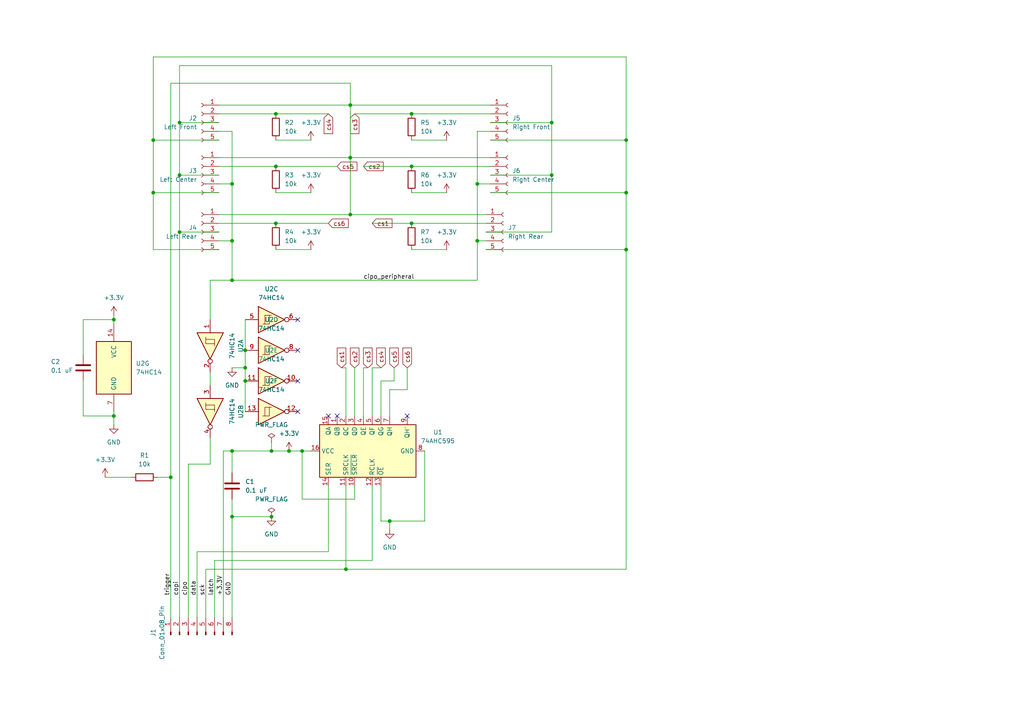
<source format=kicad_sch>
(kicad_sch (version 20250114) (generator "eeschema") (generator_version "9.0")
  (paper "A4")
  (title_block (title "SPI Hub with Shift Register") (date "2025-07-12") (rev "0"))
  (lib_symbols
    (symbol "74xx:74AHC595"
      (property "Reference" "U" (at -7.62 13.97 0))
      (property "Value" "74AHC595" (at -7.62 -16.51 0))
      (symbol "74AHC595_1_0"
        (pin input line (at -10.16 10.16 0) (length 2.54) (name "SER") (number "14"))
        (pin input line (at -10.16 5.08 0) (length 2.54) (name "SRCLK") (number "11"))
        (pin input line (at -10.16 2.54 0) (length 2.54) (name "~{SRCLR}") (number "10"))
        (pin input line (at -10.16 -2.54 0) (length 2.54) (name "RCLK") (number "12"))
        (pin input line (at -10.16 -5.08 0) (length 2.54) (name "~{OE}") (number "13"))
        (pin power_in line (at 0 15.24 270) (length 2.54) (name "VCC") (number "16"))
        (pin power_in line (at 0 -17.78 90) (length 2.54) (name "GND") (number "8"))
        (pin tri_state line (at 10.16 10.16 180) (length 2.54) (name "QA") (number "15"))
        (pin tri_state line (at 10.16 7.62 180) (length 2.54) (name "QB") (number "1"))
        (pin tri_state line (at 10.16 5.08 180) (length 2.54) (name "QC") (number "2"))
        (pin tri_state line (at 10.16 2.54 180) (length 2.54) (name "QD") (number "3"))
        (pin tri_state line (at 10.16 0 180) (length 2.54) (name "QE") (number "4"))
        (pin tri_state line (at 10.16 -2.54 180) (length 2.54) (name "QF") (number "5"))
        (pin tri_state line (at 10.16 -5.08 180) (length 2.54) (name "QG") (number "6"))
        (pin tri_state line (at 10.16 -7.62 180) (length 2.54) (name "QH") (number "7"))
        (pin output line (at 10.16 -12.7 180) (length 2.54) (name "QH'") (number "9"))
      )
      (symbol "74AHC595_1_1"
        (rectangle (start -7.62 12.7) (end 7.62 -15.24) (stroke (width 0.254)) (fill (type background)))
      )
    )
    (symbol "74xx:74HC14" (pin_names (offset 1.016))
      (property "Reference" "U" (at 0 1.27 0))
      (property "Value" "74HC14" (at 0 -1.27 0))
      (symbol "74HC14_1_0"
        (polyline (pts (xy -3.81 3.81) (xy -3.81 -3.81) (xy 3.81 0) (xy -3.81 3.81)) (stroke (width 0.254)) (fill (type background)))
        (pin input line (at -7.62 0 0) (length 3.81) (name "~") (number "1"))
        (pin output inverted (at 7.62 0 180) (length 3.81) (name "~") (number "2"))
      )
      (symbol "74HC14_1_1"
        (polyline (pts (xy -2.54 -1.27) (xy -0.635 -1.27) (xy -0.635 1.27) (xy 0 1.27)))
        (polyline (pts (xy -1.905 -1.27) (xy -1.905 1.27) (xy -0.635 1.27)))
      )
      (symbol "74HC14_2_0"
        (polyline (pts (xy -3.81 3.81) (xy -3.81 -3.81) (xy 3.81 0) (xy -3.81 3.81)) (stroke (width 0.254)) (fill (type background)))
        (pin input line (at -7.62 0 0) (length 3.81) (name "~") (number "3"))
        (pin output inverted (at 7.62 0 180) (length 3.81) (name "~") (number "4"))
      )
      (symbol "74HC14_2_1"
        (polyline (pts (xy -2.54 -1.27) (xy -0.635 -1.27) (xy -0.635 1.27) (xy 0 1.27)))
        (polyline (pts (xy -1.905 -1.27) (xy -1.905 1.27) (xy -0.635 1.27)))
      )
      (symbol "74HC14_3_0"
        (polyline (pts (xy -3.81 3.81) (xy -3.81 -3.81) (xy 3.81 0) (xy -3.81 3.81)) (stroke (width 0.254)) (fill (type background)))
        (pin input line (at -7.62 0 0) (length 3.81) (name "~") (number "5"))
        (pin output inverted (at 7.62 0 180) (length 3.81) (name "~") (number "6"))
      )
      (symbol "74HC14_3_1"
        (polyline (pts (xy -2.54 -1.27) (xy -0.635 -1.27) (xy -0.635 1.27) (xy 0 1.27)))
        (polyline (pts (xy -1.905 -1.27) (xy -1.905 1.27) (xy -0.635 1.27)))
      )
      (symbol "74HC14_4_0"
        (polyline (pts (xy -3.81 3.81) (xy -3.81 -3.81) (xy 3.81 0) (xy -3.81 3.81)) (stroke (width 0.254)) (fill (type background)))
        (pin input line (at -7.62 0 0) (length 3.81) (name "~") (number "9"))
        (pin output inverted (at 7.62 0 180) (length 3.81) (name "~") (number "8"))
      )
      (symbol "74HC14_4_1"
        (polyline (pts (xy -2.54 -1.27) (xy -0.635 -1.27) (xy -0.635 1.27) (xy 0 1.27)))
        (polyline (pts (xy -1.905 -1.27) (xy -1.905 1.27) (xy -0.635 1.27)))
      )
      (symbol "74HC14_5_0"
        (polyline (pts (xy -3.81 3.81) (xy -3.81 -3.81) (xy 3.81 0) (xy -3.81 3.81)) (stroke (width 0.254)) (fill (type background)))
        (pin input line (at -7.62 0 0) (length 3.81) (name "~") (number "11"))
        (pin output inverted (at 7.62 0 180) (length 3.81) (name "~") (number "10"))
      )
      (symbol "74HC14_5_1"
        (polyline (pts (xy -2.54 -1.27) (xy -0.635 -1.27) (xy -0.635 1.27) (xy 0 1.27)))
        (polyline (pts (xy -1.905 -1.27) (xy -1.905 1.27) (xy -0.635 1.27)))
      )
      (symbol "74HC14_6_0"
        (polyline (pts (xy -3.81 3.81) (xy -3.81 -3.81) (xy 3.81 0) (xy -3.81 3.81)) (stroke (width 0.254)) (fill (type background)))
        (pin input line (at -7.62 0 0) (length 3.81) (name "~") (number "13"))
        (pin output inverted (at 7.62 0 180) (length 3.81) (name "~") (number "12"))
      )
      (symbol "74HC14_6_1"
        (polyline (pts (xy -2.54 -1.27) (xy -0.635 -1.27) (xy -0.635 1.27) (xy 0 1.27)))
        (polyline (pts (xy -1.905 -1.27) (xy -1.905 1.27) (xy -0.635 1.27)))
      )
      (symbol "74HC14_7_0"
        (pin power_in line (at 0 12.7 270) (length 5.08) (name "VCC") (number "14"))
        (pin power_in line (at 0 -12.7 90) (length 5.08) (name "GND") (number "7"))
      )
      (symbol "74HC14_7_1"
        (rectangle (start -5.08 7.62) (end 5.08 -7.62) (stroke (width 0.254)) (fill (type background)))
      )
    )
    (symbol "Connector:Conn_01x05_Socket" (pin_names (offset 1.016) (hide yes))
      (property "Reference" "J" (at 0 7.62 0))
      (property "Value" "Conn_01x05_Socket" (at 0 -7.62 0))
      (symbol "Conn_01x05_Socket_1_1"
        (polyline (pts (xy -1.27 5.08) (xy -0.508 5.08)) (stroke (width 0.1524)))
        (polyline (pts (xy -1.27 2.54) (xy -0.508 2.54)) (stroke (width 0.1524)))
        (polyline (pts (xy -1.27 0) (xy -0.508 0)) (stroke (width 0.1524)))
        (polyline (pts (xy -1.27 -2.54) (xy -0.508 -2.54)) (stroke (width 0.1524)))
        (polyline (pts (xy -1.27 -5.08) (xy -0.508 -5.08)) (stroke (width 0.1524)))
        (arc (start 0 4.572) (mid -0.5058 5.08) (end 0 5.588) (stroke (width 0.1524)))
        (arc (start 0 2.032) (mid -0.5058 2.54) (end 0 3.048) (stroke (width 0.1524)))
        (arc (start 0 -0.508) (mid -0.5058 0) (end 0 0.508) (stroke (width 0.1524)))
        (arc (start 0 -3.048) (mid -0.5058 -2.54) (end 0 -2.032) (stroke (width 0.1524)))
        (arc (start 0 -5.588) (mid -0.5058 -5.08) (end 0 -4.572) (stroke (width 0.1524)))
        (pin passive line (at -5.08 5.08 0) (length 3.81) (name "Pin_1") (number "1"))
        (pin passive line (at -5.08 2.54 0) (length 3.81) (name "Pin_2") (number "2"))
        (pin passive line (at -5.08 0 0) (length 3.81) (name "Pin_3") (number "3"))
        (pin passive line (at -5.08 -2.54 0) (length 3.81) (name "Pin_4") (number "4"))
        (pin passive line (at -5.08 -5.08 0) (length 3.81) (name "Pin_5") (number "5"))
      )
    )
    (symbol "Connector:Conn_01x08_Pin" (pin_names (offset 1.016) (hide yes))
      (property "Reference" "J" (at 0 10.16 0))
      (property "Value" "Conn_01x08_Pin" (at 0 -12.7 0))
      (symbol "Conn_01x08_Pin_1_1"
        (rectangle (start 0.8636 7.747) (end 0 7.493) (stroke (width 0.1524)) (fill (type outline)))
        (rectangle (start 0.8636 5.207) (end 0 4.953) (stroke (width 0.1524)) (fill (type outline)))
        (rectangle (start 0.8636 2.667) (end 0 2.413) (stroke (width 0.1524)) (fill (type outline)))
        (rectangle (start 0.8636 0.127) (end 0 -0.127) (stroke (width 0.1524)) (fill (type outline)))
        (rectangle (start 0.8636 -2.413) (end 0 -2.667) (stroke (width 0.1524)) (fill (type outline)))
        (rectangle (start 0.8636 -4.953) (end 0 -5.207) (stroke (width 0.1524)) (fill (type outline)))
        (rectangle (start 0.8636 -7.493) (end 0 -7.747) (stroke (width 0.1524)) (fill (type outline)))
        (rectangle (start 0.8636 -10.033) (end 0 -10.287) (stroke (width 0.1524)) (fill (type outline)))
        (polyline (pts (xy 1.27 7.62) (xy 0.8636 7.62)) (stroke (width 0.1524)))
        (polyline (pts (xy 1.27 5.08) (xy 0.8636 5.08)) (stroke (width 0.1524)))
        (polyline (pts (xy 1.27 2.54) (xy 0.8636 2.54)) (stroke (width 0.1524)))
        (polyline (pts (xy 1.27 0) (xy 0.8636 0)) (stroke (width 0.1524)))
        (polyline (pts (xy 1.27 -2.54) (xy 0.8636 -2.54)) (stroke (width 0.1524)))
        (polyline (pts (xy 1.27 -5.08) (xy 0.8636 -5.08)) (stroke (width 0.1524)))
        (polyline (pts (xy 1.27 -7.62) (xy 0.8636 -7.62)) (stroke (width 0.1524)))
        (polyline (pts (xy 1.27 -10.16) (xy 0.8636 -10.16)) (stroke (width 0.1524)))
        (pin passive line (at 5.08 7.62 180) (length 3.81) (name "Pin_1") (number "1"))
        (pin passive line (at 5.08 5.08 180) (length 3.81) (name "Pin_2") (number "2"))
        (pin passive line (at 5.08 2.54 180) (length 3.81) (name "Pin_3") (number "3"))
        (pin passive line (at 5.08 0 180) (length 3.81) (name "Pin_4") (number "4"))
        (pin passive line (at 5.08 -2.54 180) (length 3.81) (name "Pin_5") (number "5"))
        (pin passive line (at 5.08 -5.08 180) (length 3.81) (name "Pin_6") (number "6"))
        (pin passive line (at 5.08 -7.62 180) (length 3.81) (name "Pin_7") (number "7"))
        (pin passive line (at 5.08 -10.16 180) (length 3.81) (name "Pin_8") (number "8"))
      )
    )
    (symbol "Device:C" (pin_numbers (hide yes)) (pin_names (offset 0.254))
      (property "Reference" "C" (at 0.635 2.54 0))
      (property "Value" "C" (at 0.635 -2.54 0))
      (symbol "C_0_1"
        (polyline (pts (xy -2.032 0.762) (xy 2.032 0.762)) (stroke (width 0.508)))
        (polyline (pts (xy -2.032 -0.762) (xy 2.032 -0.762)) (stroke (width 0.508)))
      )
      (symbol "C_1_1"
        (pin passive line (at 0 3.81 270) (length 2.794) (name "~") (number "1"))
        (pin passive line (at 0 -3.81 90) (length 2.794) (name "~") (number "2"))
      )
    )
    (symbol "Device:R" (pin_numbers (hide yes)) (pin_names (offset 0))
      (property "Reference" "R" (at 2.032 0 90))
      (property "Value" "R" (at 0 0 90))
      (symbol "R_0_1"
        (rectangle (start -1.016 -2.54) (end 1.016 2.54) (stroke (width 0.254)))
      )
      (symbol "R_1_1"
        (pin passive line (at 0 3.81 270) (length 1.27) (name "~") (number "1"))
        (pin passive line (at 0 -3.81 90) (length 1.27) (name "~") (number "2"))
      )
    )
    (symbol "power:+3.3V" (power) (pin_numbers (hide yes)) (pin_names (offset 0) (hide yes))
      (property "Value" "+3.3V" (at 0 3.556 0))
      (symbol "+3.3V_0_1"
        (polyline (pts (xy -0.762 1.27) (xy 0 2.54)))
        (polyline (pts (xy 0 2.54) (xy 0.762 1.27)))
        (polyline (pts (xy 0 0) (xy 0 2.54)))
      )
      (symbol "+3.3V_1_1"
        (pin power_in line (at 0 0 90) (length 0) (name "~") (number "1"))
      )
    )
    (symbol "power:GND" (power) (pin_numbers (hide yes)) (pin_names (offset 0) (hide yes))
      (property "Value" "GND" (at 0 -3.81 0))
      (symbol "GND_0_1"
        (polyline (pts (xy 0 0) (xy 0 -1.27) (xy 1.27 -1.27) (xy 0 -2.54) (xy -1.27 -1.27) (xy 0 -1.27)))
      )
      (symbol "GND_1_1"
        (pin power_in line (at 0 0 270) (length 0) (name "~") (number "1"))
      )
    )
    (symbol "power:PWR_FLAG" (power) (pin_numbers (hide yes)) (pin_names (offset 0) (hide yes))
      (property "Value" "PWR_FLAG" (at 0 3.81 0))
      (symbol "PWR_FLAG_0_0"
        (pin power_out line (at 0 0 90) (length 0) (name "~") (number "1"))
      )
      (symbol "PWR_FLAG_0_1"
        (polyline (pts (xy 0 0) (xy 0 1.27) (xy -1.016 1.905) (xy 0 2.54) (xy 1.016 1.905) (xy 0 1.27)))
      )
    )
  )
  (junction (at 52.07 67.31))
  (junction (at 181.61 40.64))
  (junction (at 71.12 110.49))
  (junction (at 113.03 151.13))
  (junction (at 80.01 64.77))
  (junction (at 71.12 106.68))
  (junction (at 44.45 55.88))
  (junction (at 67.31 149.86))
  (junction (at 101.6 30.48))
  (junction (at 49.53 138.43))
  (junction (at 138.43 69.85))
  (junction (at 181.61 55.88))
  (junction (at 160.02 50.8))
  (junction (at 87.63 130.81))
  (junction (at 52.07 50.8))
  (junction (at 101.6 45.72))
  (junction (at 67.31 81.28))
  (junction (at 33.02 120.65))
  (junction (at 119.38 33.02))
  (junction (at 78.74 149.86))
  (junction (at 78.74 130.81))
  (junction (at 33.02 92.71))
  (junction (at 119.38 48.26))
  (junction (at 119.38 64.77))
  (junction (at 138.43 53.34))
  (junction (at 67.31 69.85))
  (junction (at 44.45 40.64))
  (junction (at 181.61 72.39))
  (junction (at 160.02 35.56))
  (junction (at 67.31 130.81))
  (junction (at 52.07 35.56))
  (junction (at 80.01 48.26))
  (junction (at 83.82 130.81))
  (junction (at 101.6 62.23))
  (junction (at 71.12 101.6))
  (junction (at 67.31 53.34))
  (junction (at 80.01 33.02))
  (junction (at 100.33 165.1))
  (no_connect (at 86.36 101.6))
  (no_connect (at 95.25 120.65))
  (no_connect (at 86.36 110.49))
  (no_connect (at 86.36 119.38))
  (no_connect (at 86.36 92.71))
  (no_connect (at 97.79 120.65))
  (no_connect (at 118.11 120.65))
  (wire (pts (xy 33.02 91.44) (xy 33.02 92.71)))
  (wire (pts (xy 110.49 140.97) (xy 110.49 151.13)))
  (wire (pts (xy 113.03 120.65) (xy 113.03 113.03)))
  (wire (pts (xy 60.96 81.28) (xy 60.96 92.71)))
  (wire (pts (xy 63.5 45.72) (xy 101.6 45.72)))
  (wire (pts (xy 24.13 110.49) (xy 24.13 120.65)))
  (wire (pts (xy 102.87 140.97) (xy 102.87 144.78)))
  (wire (pts (xy 52.07 67.31) (xy 52.07 179.07)))
  (wire (pts (xy 142.24 50.8) (xy 160.02 50.8)))
  (wire (pts (xy 44.45 55.88) (xy 44.45 40.64)))
  (wire (pts (xy 142.24 40.64) (xy 181.61 40.64)))
  (wire (pts (xy 142.24 45.72) (xy 101.6 45.72)))
  (wire (pts (xy 33.02 119.38) (xy 33.02 120.65)))
  (wire (pts (xy 119.38 64.77) (xy 140.97 64.77)))
  (wire (pts (xy 87.63 144.78) (xy 87.63 130.81)))
  (wire (pts (xy 44.45 16.51) (xy 181.61 16.51)))
  (wire (pts (xy 80.01 72.39) (xy 90.17 72.39)))
  (wire (pts (xy 160.02 35.56) (xy 160.02 19.05)))
  (wire (pts (xy 101.6 45.72) (xy 101.6 30.48)))
  (wire (pts (xy 119.38 40.64) (xy 129.54 40.64)))
  (wire (pts (xy 142.24 38.1) (xy 138.43 38.1)))
  (wire (pts (xy 45.72 138.43) (xy 49.53 138.43)))
  (wire (pts (xy 44.45 55.88) (xy 63.5 55.88)))
  (wire (pts (xy 64.77 130.81) (xy 64.77 179.07)))
  (wire (pts (xy 67.31 69.85) (xy 67.31 53.34)))
  (wire (pts (xy 160.02 50.8) (xy 160.02 35.56)))
  (wire (pts (xy 54.61 134.62) (xy 54.61 179.07)))
  (wire (pts (xy 52.07 19.05) (xy 52.07 35.56)))
  (wire (pts (xy 62.23 162.56) (xy 62.23 179.07)))
  (wire (pts (xy 67.31 149.86) (xy 67.31 179.07)))
  (wire (pts (xy 60.96 134.62) (xy 54.61 134.62)))
  (wire (pts (xy 138.43 69.85) (xy 140.97 69.85)))
  (wire (pts (xy 142.24 55.88) (xy 181.61 55.88)))
  (wire (pts (xy 119.38 72.39) (xy 129.54 72.39)))
  (wire (pts (xy 100.33 106.68) (xy 99.06 106.68)))
  (wire (pts (xy 60.96 81.28) (xy 67.31 81.28)))
  (wire (pts (xy 67.31 53.34) (xy 67.31 38.1)))
  (wire (pts (xy 52.07 35.56) (xy 63.5 35.56)))
  (wire (pts (xy 67.31 149.86) (xy 78.74 149.86)))
  (wire (pts (xy 87.63 130.81) (xy 90.17 130.81)))
  (wire (pts (xy 138.43 38.1) (xy 138.43 53.34)))
  (wire (pts (xy 181.61 40.64) (xy 181.61 55.88)))
  (wire (pts (xy 60.96 127) (xy 60.96 134.62)))
  (wire (pts (xy 63.5 67.31) (xy 52.07 67.31)))
  (wire (pts (xy 67.31 130.81) (xy 78.74 130.81)))
  (wire (pts (xy 138.43 69.85) (xy 138.43 81.28)))
  (wire (pts (xy 97.79 48.26) (xy 80.01 48.26)))
  (wire (pts (xy 49.53 24.13) (xy 49.53 138.43)))
  (wire (pts (xy 123.19 151.13) (xy 113.03 151.13)))
  (wire (pts (xy 33.02 92.71) (xy 33.02 93.98)))
  (wire (pts (xy 67.31 144.78) (xy 67.31 149.86)))
  (wire (pts (xy 110.49 151.13) (xy 113.03 151.13)))
  (wire (pts (xy 80.01 40.64) (xy 90.17 40.64)))
  (wire (pts (xy 113.03 113.03) (xy 118.11 113.03)))
  (wire (pts (xy 119.38 33.02) (xy 142.24 33.02)))
  (wire (pts (xy 107.95 106.68) (xy 110.49 106.68)))
  (wire (pts (xy 57.15 179.07) (xy 57.15 160.02)))
  (wire (pts (xy 63.5 53.34) (xy 67.31 53.34)))
  (wire (pts (xy 67.31 130.81) (xy 67.31 137.16)))
  (wire (pts (xy 44.45 40.64) (xy 44.45 16.51)))
  (wire (pts (xy 105.41 48.26) (xy 119.38 48.26)))
  (wire (pts (xy 80.01 55.88) (xy 90.17 55.88)))
  (wire (pts (xy 67.31 69.85) (xy 63.5 69.85)))
  (wire (pts (xy 67.31 81.28) (xy 138.43 81.28)))
  (wire (pts (xy 83.82 130.81) (xy 87.63 130.81)))
  (wire (pts (xy 71.12 92.71) (xy 71.12 101.6)))
  (wire (pts (xy 52.07 50.8) (xy 52.07 67.31)))
  (wire (pts (xy 33.02 120.65) (xy 33.02 123.19)))
  (wire (pts (xy 140.97 67.31) (xy 160.02 67.31)))
  (wire (pts (xy 44.45 40.64) (xy 63.5 40.64)))
  (wire (pts (xy 119.38 48.26) (xy 142.24 48.26)))
  (wire (pts (xy 100.33 120.65) (xy 100.33 106.68)))
  (wire (pts (xy 102.87 106.68) (xy 102.87 120.65)))
  (wire (pts (xy 181.61 55.88) (xy 181.61 72.39)))
  (wire (pts (xy 52.07 50.8) (xy 63.5 50.8)))
  (wire (pts (xy 49.53 24.13) (xy 101.6 24.13)))
  (wire (pts (xy 52.07 50.8) (xy 52.07 35.56)))
  (wire (pts (xy 107.95 64.77) (xy 119.38 64.77)))
  (wire (pts (xy 114.3 110.49) (xy 114.3 106.68)))
  (wire (pts (xy 44.45 72.39) (xy 44.45 55.88)))
  (wire (pts (xy 119.38 55.88) (xy 129.54 55.88)))
  (wire (pts (xy 138.43 53.34) (xy 138.43 69.85)))
  (wire (pts (xy 71.12 106.68) (xy 71.12 110.49)))
  (wire (pts (xy 160.02 50.8) (xy 160.02 67.31)))
  (wire (pts (xy 107.95 162.56) (xy 107.95 140.97)))
  (wire (pts (xy 24.13 102.87) (xy 24.13 92.71)))
  (wire (pts (xy 59.69 165.1) (xy 100.33 165.1)))
  (wire (pts (xy 101.6 30.48) (xy 63.5 30.48)))
  (wire (pts (xy 140.97 62.23) (xy 101.6 62.23)))
  (wire (pts (xy 67.31 106.68) (xy 71.12 106.68)))
  (wire (pts (xy 105.41 120.65) (xy 105.41 106.68)))
  (wire (pts (xy 71.12 101.6) (xy 71.12 106.68)))
  (wire (pts (xy 181.61 165.1) (xy 100.33 165.1)))
  (wire (pts (xy 24.13 92.71) (xy 33.02 92.71)))
  (wire (pts (xy 59.69 179.07) (xy 59.69 165.1)))
  (wire (pts (xy 78.74 128.27) (xy 78.74 130.81)))
  (wire (pts (xy 78.74 130.81) (xy 83.82 130.81)))
  (wire (pts (xy 105.41 106.68) (xy 106.68 106.68)))
  (wire (pts (xy 30.48 138.43) (xy 38.1 138.43)))
  (wire (pts (xy 24.13 120.65) (xy 33.02 120.65)))
  (wire (pts (xy 181.61 72.39) (xy 181.61 165.1)))
  (wire (pts (xy 110.49 120.65) (xy 110.49 110.49)))
  (wire (pts (xy 101.6 45.72) (xy 101.6 62.23)))
  (wire (pts (xy 181.61 16.51) (xy 181.61 40.64)))
  (wire (pts (xy 71.12 110.49) (xy 71.12 119.38)))
  (wire (pts (xy 80.01 64.77) (xy 63.5 64.77)))
  (wire (pts (xy 102.87 33.02) (xy 119.38 33.02)))
  (wire (pts (xy 67.31 38.1) (xy 63.5 38.1)))
  (wire (pts (xy 57.15 160.02) (xy 95.25 160.02)))
  (wire (pts (xy 118.11 113.03) (xy 118.11 106.68)))
  (wire (pts (xy 63.5 72.39) (xy 44.45 72.39)))
  (wire (pts (xy 67.31 69.85) (xy 67.31 81.28)))
  (wire (pts (xy 160.02 19.05) (xy 52.07 19.05)))
  (wire (pts (xy 102.87 144.78) (xy 87.63 144.78)))
  (wire (pts (xy 107.95 120.65) (xy 107.95 106.68)))
  (wire (pts (xy 95.25 33.02) (xy 80.01 33.02)))
  (wire (pts (xy 95.25 64.77) (xy 80.01 64.77)))
  (wire (pts (xy 60.96 107.95) (xy 60.96 111.76)))
  (wire (pts (xy 142.24 53.34) (xy 138.43 53.34)))
  (wire (pts (xy 123.19 130.81) (xy 123.19 151.13)))
  (wire (pts (xy 140.97 72.39) (xy 181.61 72.39)))
  (wire (pts (xy 110.49 110.49) (xy 114.3 110.49)))
  (wire (pts (xy 101.6 24.13) (xy 101.6 30.48)))
  (wire (pts (xy 142.24 35.56) (xy 160.02 35.56)))
  (wire (pts (xy 80.01 48.26) (xy 63.5 48.26)))
  (wire (pts (xy 100.33 140.97) (xy 100.33 165.1)))
  (wire (pts (xy 63.5 62.23) (xy 101.6 62.23)))
  (wire (pts (xy 80.01 33.02) (xy 63.5 33.02)))
  (wire (pts (xy 101.6 30.48) (xy 142.24 30.48)))
  (wire (pts (xy 62.23 162.56) (xy 107.95 162.56)))
  (wire (pts (xy 49.53 138.43) (xy 49.53 179.07)))
  (wire (pts (xy 95.25 160.02) (xy 95.25 140.97)))
  (wire (pts (xy 64.77 130.81) (xy 67.31 130.81)))
  (wire (pts (xy 113.03 151.13) (xy 113.03 153.67)))
  (label "sck" (at 59.69 172.72 90))
  (label "cipo" (at 54.61 172.72 90))
  (label "data" (at 57.15 172.72 90))
  (label "GND" (at 67.31 172.72 90))
  (label "trigger" (at 49.53 172.72 90))
  (label "+3.3V" (at 64.77 172.72 90))
  (label "latch" (at 62.23 172.72 90))
  (label "cipo_peripheral" (at 105.41 81.28 0))
  (label "copi" (at 52.07 172.72 90))
  (global_label "cs4" (shape input) (at 95.25 33.02 270) (property "Intersheetrefs" "${INTERSHEET_REFS}" (effects (hide yes))))
  (global_label "cs2" (shape input) (at 102.87 106.68 90) (property "Intersheetrefs" "${INTERSHEET_REFS}" (effects (hide yes))))
  (global_label "cs5" (shape input) (at 114.3 106.68 90) (property "Intersheetrefs" "${INTERSHEET_REFS}" (effects (hide yes))))
  (global_label "cs1" (shape input) (at 107.95 64.77 0) (property "Intersheetrefs" "${INTERSHEET_REFS}" (effects (hide yes))))
  (global_label "cs2" (shape input) (at 105.41 48.26 0) (property "Intersheetrefs" "${INTERSHEET_REFS}" (effects (hide yes))))
  (global_label "cs6" (shape input) (at 95.25 64.77 0) (property "Intersheetrefs" "${INTERSHEET_REFS}" (effects (hide yes))))
  (global_label "cs3" (shape input) (at 106.68 106.68 90) (property "Intersheetrefs" "${INTERSHEET_REFS}" (effects (hide yes))))
  (global_label "cs4" (shape input) (at 110.49 106.68 90) (property "Intersheetrefs" "${INTERSHEET_REFS}" (effects (hide yes))))
  (global_label "cs5" (shape input) (at 97.79 48.26 0) (property "Intersheetrefs" "${INTERSHEET_REFS}" (effects (hide yes))))
  (global_label "cs3" (shape input) (at 102.87 33.02 270) (property "Intersheetrefs" "${INTERSHEET_REFS}" (effects (hide yes))))
  (global_label "cs1" (shape input) (at 99.06 106.68 90) (property "Intersheetrefs" "${INTERSHEET_REFS}" (effects (hide yes))))
  (global_label "cs6" (shape input) (at 118.11 106.68 90) (property "Intersheetrefs" "${INTERSHEET_REFS}" (effects (hide yes))))
  (symbol (lib_id "74xx:74HC14") (at 78.74 92.71 0) (unit 3)
    (property "Reference" "U2" (at 78.74 83.82 0))
    (property "Value" "74HC14" (at 78.74 86.36 0))
    (property "Footprint" "Package_SO:SOIC-14W_7.5x9mm_P1.27mm" (effects (hide yes)))
    (property "Datasheet" "http://www.ti.com/lit/gpn/sn74HC14" (effects (hide yes)))
    (property "Description" "Hex inverter schmitt trigger" (effects (hide yes)))
  )
  (symbol (lib_id "74xx:74HC14") (at 78.74 101.6 0) (unit 4)
    (property "Reference" "U2" (at 78.74 92.71 0))
    (property "Value" "74HC14" (at 78.74 95.25 0))
    (property "Footprint" "Package_SO:SOIC-14W_7.5x9mm_P1.27mm" (effects (hide yes)))
    (property "Datasheet" "http://www.ti.com/lit/gpn/sn74HC14" (effects (hide yes)))
    (property "Description" "Hex inverter schmitt trigger" (effects (hide yes)))
  )
  (symbol (lib_id "74xx:74HC14") (at 60.96 119.38 270) (unit 2)
    (property "Reference" "U2" (at 69.85 119.38 0))
    (property "Value" "74HC14" (at 67.31 119.38 0))
    (property "Footprint" "Package_SO:SOIC-14W_7.5x9mm_P1.27mm" (effects (hide yes)))
    (property "Datasheet" "http://www.ti.com/lit/gpn/sn74HC14" (effects (hide yes)))
    (property "Description" "Hex inverter schmitt trigger" (effects (hide yes)))
  )
  (symbol (lib_id "Device:R") (at 119.38 68.58 0) (unit 1)
    (property "Reference" "R7" (at 121.92 67.3099 0) (effects (justify left)))
    (property "Value" "10k" (at 121.92 69.8499 0) (effects (justify left)))
    (property "Footprint" "Resistor_SMD:R_0805_2012Metric_Pad1.20x1.40mm_HandSolder" (effects (hide yes)))
    (property "Description" "Resistor" (effects (hide yes)))
  )
  (symbol (lib_id "power:PWR_FLAG") (at 78.74 128.27 0) (unit 1)
    (property "Reference" "#FLG01" (effects (hide yes)))
    (property "Value" "PWR_FLAG" (at 78.74 123.19 0))
    (property "Description" "Special symbol for telling ERC where power comes from" (effects (hide yes)))
  )
  (symbol (lib_id "power:+3.3V") (at 30.48 138.43 0) (unit 1)
    (property "Reference" "#PWR04" (effects (hide yes)))
    (property "Value" "+3.3V" (at 30.48 133.35 0))
    (property "Description" "Power symbol creates a global label with name \"+3.3V\"" (effects (hide yes)))
  )
  (symbol (lib_id "power:+3.3V") (at 83.82 130.81 0) (unit 1)
    (property "Reference" "#PWR02" (effects (hide yes)))
    (property "Value" "+3.3V" (at 83.82 125.73 0))
    (property "Description" "Power symbol creates a global label with name \"+3.3V\"" (effects (hide yes)))
  )
  (symbol (lib_id "Device:C") (at 24.13 106.68 0) (unit 1)
    (property "Reference" "C2" (at 14.732 104.902 0) (effects (justify left)))
    (property "Value" "0.1 uF" (at 14.732 107.442 0) (effects (justify left)))
    (property "Footprint" "Capacitor_SMD:C_0805_2012Metric_Pad1.18x1.45mm_HandSolder" (effects (hide yes)))
    (property "Description" "Unpolarized capacitor" (effects (hide yes)))
  )
  (symbol (lib_id "Device:R") (at 119.38 36.83 0) (unit 1)
    (property "Reference" "R5" (at 121.92 35.5599 0) (effects (justify left)))
    (property "Value" "10k" (at 121.92 38.0999 0) (effects (justify left)))
    (property "Footprint" "Resistor_SMD:R_0805_2012Metric_Pad1.20x1.40mm_HandSolder" (effects (hide yes)))
    (property "Description" "Resistor" (effects (hide yes)))
  )
  (symbol (lib_id "power:+3.3V") (at 90.17 55.88 0) (unit 1)
    (property "Reference" "#PWR010" (effects (hide yes)))
    (property "Value" "+3.3V" (at 90.17 50.8 0))
    (property "Description" "Power symbol creates a global label with name \"+3.3V\"" (effects (hide yes)))
  )
  (symbol (lib_id "power:+3.3V") (at 90.17 72.39 0) (unit 1)
    (property "Reference" "#PWR09" (effects (hide yes)))
    (property "Value" "+3.3V" (at 90.17 67.31 0))
    (property "Description" "Power symbol creates a global label with name \"+3.3V\"" (effects (hide yes)))
  )
  (symbol (lib_id "power:+3.3V") (at 129.54 40.64 0) (unit 1)
    (property "Reference" "#PWR06" (effects (hide yes)))
    (property "Value" "+3.3V" (at 129.54 35.56 0))
    (property "Description" "Power symbol creates a global label with name \"+3.3V\"" (effects (hide yes)))
  )
  (symbol (lib_id "Connector:Conn_01x05_Socket") (at 58.42 67.31 0) (mirror y) (unit 1)
    (property "Reference" "J4" (at 57.15 66.0399 0) (effects (justify left)))
    (property "Value" "Left Rear" (at 57.15 68.5799 0) (effects (justify left)))
    (property "Footprint" "Connector_JST:JST_XH_B5B-XH-A_1x05_P2.50mm_Vertical" (effects (hide yes)))
    (property "Description" "Generic connector, single row, 01x05, script generated" (effects (hide yes)))
  )
  (symbol (lib_id "power:+3.3V") (at 90.17 40.64 0) (unit 1)
    (property "Reference" "#PWR03" (effects (hide yes)))
    (property "Value" "+3.3V" (at 90.17 35.56 0))
    (property "Description" "Power symbol creates a global label with name \"+3.3V\"" (effects (hide yes)))
  )
  (symbol (lib_id "Device:R") (at 80.01 52.07 0) (unit 1)
    (property "Reference" "R3" (at 82.55 50.7999 0) (effects (justify left)))
    (property "Value" "10k" (at 82.55 53.3399 0) (effects (justify left)))
    (property "Footprint" "Resistor_SMD:R_0805_2012Metric_Pad1.20x1.40mm_HandSolder" (effects (hide yes)))
    (property "Description" "Resistor" (effects (hide yes)))
  )
  (symbol (lib_id "Device:R") (at 80.01 68.58 0) (unit 1)
    (property "Reference" "R4" (at 82.55 67.3099 0) (effects (justify left)))
    (property "Value" "10k" (at 82.55 69.8499 0) (effects (justify left)))
    (property "Footprint" "Resistor_SMD:R_0805_2012Metric_Pad1.20x1.40mm_HandSolder" (effects (hide yes)))
    (property "Description" "Resistor" (effects (hide yes)))
  )
  (symbol (lib_id "Device:R") (at 119.38 52.07 0) (unit 1)
    (property "Reference" "R6" (at 121.92 50.7999 0) (effects (justify left)))
    (property "Value" "10k" (at 121.92 53.3399 0) (effects (justify left)))
    (property "Footprint" "Resistor_SMD:R_0805_2012Metric_Pad1.20x1.40mm_HandSolder" (effects (hide yes)))
    (property "Description" "Resistor" (effects (hide yes)))
  )
  (symbol (lib_id "power:GND") (at 67.31 106.68 0) (unit 1)
    (property "Reference" "#PWR013" (effects (hide yes)))
    (property "Value" "GND" (at 67.31 111.76 0))
    (property "Description" "Power symbol creates a global label with name \"GND\" , ground" (effects (hide yes)))
  )
  (symbol (lib_id "Connector:Conn_01x05_Socket") (at 147.32 35.56 0) (unit 1)
    (property "Reference" "J5" (at 148.59 34.2899 0) (effects (justify left)))
    (property "Value" "Right Front" (at 148.59 36.8299 0) (effects (justify left)))
    (property "Footprint" "Connector_JST:JST_XH_B5B-XH-A_1x05_P2.50mm_Vertical" (effects (hide yes)))
    (property "Description" "Generic connector, single row, 01x05, script generated" (effects (hide yes)))
  )
  (symbol (lib_id "power:+3.3V") (at 129.54 72.39 0) (unit 1)
    (property "Reference" "#PWR08" (effects (hide yes)))
    (property "Value" "+3.3V" (at 129.54 67.31 0))
    (property "Description" "Power symbol creates a global label with name \"+3.3V\"" (effects (hide yes)))
  )
  (symbol (lib_id "Connector:Conn_01x05_Socket") (at 58.42 50.8 0) (mirror y) (unit 1)
    (property "Reference" "J3" (at 57.15 49.5299 0) (effects (justify left)))
    (property "Value" "Left Center" (at 57.15 52.0699 0) (effects (justify left)))
    (property "Footprint" "Connector_JST:JST_XH_B5B-XH-A_1x05_P2.50mm_Vertical" (effects (hide yes)))
    (property "Description" "Generic connector, single row, 01x05, script generated" (effects (hide yes)))
  )
  (symbol (lib_id "Device:R") (at 80.01 36.83 0) (unit 1)
    (property "Reference" "R2" (at 82.55 35.5599 0) (effects (justify left)))
    (property "Value" "10k" (at 82.55 38.0999 0) (effects (justify left)))
    (property "Footprint" "Resistor_SMD:R_0805_2012Metric_Pad1.20x1.40mm_HandSolder" (effects (hide yes)))
    (property "Description" "Resistor" (effects (hide yes)))
  )
  (symbol (lib_id "74xx:74HC14") (at 78.74 110.49 0) (unit 5)
    (property "Reference" "U2" (at 78.74 101.6 0))
    (property "Value" "74HC14" (at 78.74 104.14 0))
    (property "Footprint" "Package_SO:SOIC-14W_7.5x9mm_P1.27mm" (effects (hide yes)))
    (property "Datasheet" "http://www.ti.com/lit/gpn/sn74HC14" (effects (hide yes)))
    (property "Description" "Hex inverter schmitt trigger" (effects (hide yes)))
  )
  (symbol (lib_id "Connector:Conn_01x05_Socket") (at 58.42 35.56 0) (mirror y) (unit 1)
    (property "Reference" "J2" (at 57.15 34.2899 0) (effects (justify left)))
    (property "Value" "Left Front" (at 57.15 36.8299 0) (effects (justify left)))
    (property "Footprint" "Connector_JST:JST_XH_B5B-XH-A_1x05_P2.50mm_Vertical" (effects (hide yes)))
    (property "Description" "Generic connector, single row, 01x05, script generated" (effects (hide yes)))
  )
  (symbol (lib_id "74xx:74AHC595") (at 105.41 130.81 90) (unit 1)
    (property "Reference" "U1" (at 127 125.3646 90))
    (property "Value" "74AHC595" (at 127 127.9046 90))
    (property "Footprint" "Package_DIP:DIP-16_W7.62mm_Socket" (effects (hide yes)))
    (property "Datasheet" "https://assets.nexperia.com/documents/data-sheet/74AHC_AHCT595.pdf" (effects (hide yes)))
    (property "Description" "8-bit serial in/out Shift Register 3-State Outputs" (effects (hide yes)))
  )
  (symbol (lib_id "power:GND") (at 78.74 149.86 0) (unit 1)
    (property "Reference" "#PWR05" (effects (hide yes)))
    (property "Value" "GND" (at 78.74 154.94 0))
    (property "Description" "Power symbol creates a global label with name \"GND\" , ground" (effects (hide yes)))
  )
  (symbol (lib_id "74xx:74HC14") (at 78.74 119.38 0) (unit 6)
    (property "Reference" "U2" (at 78.74 110.49 0))
    (property "Value" "74HC14" (at 78.74 113.03 0))
    (property "Footprint" "Package_SO:SOIC-14W_7.5x9mm_P1.27mm" (effects (hide yes)))
    (property "Datasheet" "http://www.ti.com/lit/gpn/sn74HC14" (effects (hide yes)))
    (property "Description" "Hex inverter schmitt trigger" (effects (hide yes)))
  )
  (symbol (lib_id "Device:R") (at 41.91 138.43 90) (unit 1)
    (property "Reference" "R1" (at 41.91 132.08 90))
    (property "Value" "10k" (at 41.91 134.62 90))
    (property "Footprint" "Resistor_SMD:R_0805_2012Metric_Pad1.20x1.40mm_HandSolder" (effects (hide yes)))
    (property "Description" "Resistor" (effects (hide yes)))
  )
  (symbol (lib_id "power:PWR_FLAG") (at 78.74 149.86 0) (unit 1)
    (property "Reference" "#FLG02" (effects (hide yes)))
    (property "Value" "PWR_FLAG" (at 78.74 144.78 0))
    (property "Description" "Special symbol for telling ERC where power comes from" (effects (hide yes)))
  )
  (symbol (lib_id "Connector:Conn_01x05_Socket") (at 147.32 50.8 0) (unit 1)
    (property "Reference" "J6" (at 148.59 49.5299 0) (effects (justify left)))
    (property "Value" "Right Center" (at 148.59 52.0699 0) (effects (justify left)))
    (property "Footprint" "Connector_JST:JST_XH_B5B-XH-A_1x05_P2.50mm_Vertical" (effects (hide yes)))
    (property "Description" "Generic connector, single row, 01x05, script generated" (effects (hide yes)))
  )
  (symbol (lib_id "power:+3.3V") (at 129.54 55.88 0) (unit 1)
    (property "Reference" "#PWR07" (effects (hide yes)))
    (property "Value" "+3.3V" (at 129.54 50.8 0))
    (property "Description" "Power symbol creates a global label with name \"+3.3V\"" (effects (hide yes)))
  )
  (symbol (lib_id "power:+3.3V") (at 33.02 91.44 0) (unit 1)
    (property "Reference" "#PWR011" (effects (hide yes)))
    (property "Value" "+3.3V" (at 33.02 86.36 0))
    (property "Description" "Power symbol creates a global label with name \"+3.3V\"" (effects (hide yes)))
  )
  (symbol (lib_id "Connector:Conn_01x05_Socket") (at 146.05 67.31 0) (unit 1)
    (property "Reference" "J7" (at 147.32 66.0399 0) (effects (justify left)))
    (property "Value" "Right Rear" (at 147.32 68.5799 0) (effects (justify left)))
    (property "Footprint" "Connector_JST:JST_XH_B5B-XH-A_1x05_P2.50mm_Vertical" (effects (hide yes)))
    (property "Description" "Generic connector, single row, 01x05, script generated" (effects (hide yes)))
  )
  (symbol (lib_id "power:GND") (at 113.03 153.67 0) (unit 1)
    (property "Reference" "#PWR01" (effects (hide yes)))
    (property "Value" "GND" (at 113.03 158.75 0))
    (property "Description" "Power symbol creates a global label with name \"GND\" , ground" (effects (hide yes)))
  )
  (symbol (lib_id "power:GND") (at 33.02 123.19 0) (unit 1)
    (property "Reference" "#PWR012" (effects (hide yes)))
    (property "Value" "GND" (at 33.02 128.27 0))
    (property "Description" "Power symbol creates a global label with name \"GND\" , ground" (effects (hide yes)))
  )
  (symbol (lib_id "Device:C") (at 67.31 140.97 0) (unit 1)
    (property "Reference" "C1" (at 71.12 139.6999 0) (effects (justify left)))
    (property "Value" "0.1 uF" (at 71.12 142.2399 0) (effects (justify left)))
    (property "Footprint" "Capacitor_SMD:C_0805_2012Metric_Pad1.18x1.45mm_HandSolder" (effects (hide yes)))
    (property "Description" "Unpolarized capacitor" (effects (hide yes)))
  )
  (symbol (lib_id "74xx:74HC14") (at 60.96 100.33 270) (unit 1)
    (property "Reference" "U2" (at 69.85 100.33 0))
    (property "Value" "74HC14" (at 67.31 100.33 0))
    (property "Footprint" "Package_SO:SOIC-14W_7.5x9mm_P1.27mm" (effects (hide yes)))
    (property "Datasheet" "http://www.ti.com/lit/gpn/sn74HC14" (effects (hide yes)))
    (property "Description" "Hex inverter schmitt trigger" (effects (hide yes)))
  )
  (symbol (lib_id "74xx:74HC14") (at 33.02 106.68 0) (unit 7)
    (property "Reference" "U2" (at 39.37 105.4099 0) (effects (justify left)))
    (property "Value" "74HC14" (at 39.37 107.9499 0) (effects (justify left)))
    (property "Footprint" "Package_SO:SOIC-14W_7.5x9mm_P1.27mm" (effects (hide yes)))
    (property "Datasheet" "http://www.ti.com/lit/gpn/sn74HC14" (effects (hide yes)))
    (property "Description" "Hex inverter schmitt trigger" (effects (hide yes)))
  )
  (symbol (lib_id "Connector:Conn_01x08_Pin") (at 57.15 184.15 90) (unit 1)
    (property "Reference" "J1" (at 44.45 183.515 0))
    (property "Value" "Conn_01x08_Pin" (at 46.99 183.515 0))
    (property "Footprint" "Connector_PinHeader_2.00mm:PinHeader_1x08_P2.00mm_Vertical" (effects (hide yes)))
    (property "Description" "Generic connector, single row, 01x08, script generated" (effects (hide yes)))
  )
)
</source>
